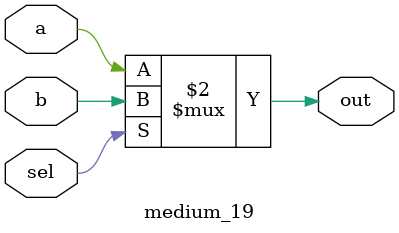
<source format=v>
module medium_19(
    output out,
    input sel,
    input a,
    input b
  );;
    assign out=(sel==0)?a:b;
endmodule
</source>
